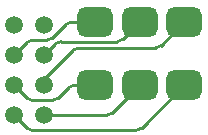
<source format=gtl>
G04*
G04 #@! TF.GenerationSoftware,Altium Limited,Altium Designer,18.1.7 (191)*
G04*
G04 Layer_Physical_Order=1*
G04 Layer_Color=255*
%FSLAX24Y24*%
%MOIN*%
G70*
G01*
G75*
%ADD10C,0.0100*%
G04:AMPARAMS|DCode=14|XSize=118.1mil|YSize=98.4mil|CornerRadius=24.6mil|HoleSize=0mil|Usage=FLASHONLY|Rotation=0.000|XOffset=0mil|YOffset=0mil|HoleType=Round|Shape=RoundedRectangle|*
%AMROUNDEDRECTD14*
21,1,0.1181,0.0492,0,0,0.0*
21,1,0.0689,0.0984,0,0,0.0*
1,1,0.0492,0.0344,-0.0246*
1,1,0.0492,-0.0344,-0.0246*
1,1,0.0492,-0.0344,0.0246*
1,1,0.0492,0.0344,0.0246*
%
%ADD14ROUNDEDRECTD14*%
%ADD15C,0.0591*%
D10*
X4883Y300D02*
G03*
X5059Y373I0J250D01*
G01*
X1227D02*
G03*
X1404Y300I177J177D01*
G01*
X3896Y800D02*
G03*
X4073Y873I0J250D01*
G01*
X2804Y1800D02*
G03*
X2627Y1727I0J-250D01*
G01*
X2096Y1300D02*
G03*
X2273Y1373I0J250D01*
G01*
X1227D02*
G03*
X1404Y1300I177J177D01*
G01*
X1873Y2073D02*
G03*
X1800Y1896I177J-177D01*
G01*
X2361Y3258D02*
G03*
X2185Y3185I0J-250D01*
G01*
X2950Y3047D02*
G03*
X2774Y2974I0J-250D01*
G01*
X5530Y3047D02*
G03*
X5706Y3120I0J250D01*
G01*
X4254Y3258D02*
G03*
X4431Y3331I0J250D01*
G01*
X2700Y3900D02*
G03*
X2529Y3829I0J-241D01*
G01*
X1896Y3300D02*
G03*
X2073Y3373I0J250D01*
G01*
X1404Y3300D02*
G03*
X1227Y3227I0J-250D01*
G01*
X1404Y300D02*
X4883D01*
X800Y800D02*
X1227Y373D01*
X5059D02*
X6486Y1800D01*
X1800Y800D02*
X3896D01*
X4073Y873D02*
X5000Y1800D01*
X2804D02*
X3514D01*
X2273Y1373D02*
X2627Y1727D01*
X1404Y1300D02*
X2096D01*
X800Y1800D02*
X1227Y1373D01*
X1873Y2073D02*
X2774Y2974D01*
X1800Y2800D02*
X2185Y3185D01*
X1800Y1800D02*
Y1896D01*
X2950Y3047D02*
X5530D01*
X2361Y3258D02*
X4254D01*
X2700Y3900D02*
X3514D01*
X1404Y3300D02*
X1896D01*
X800Y2800D02*
X1227Y3227D01*
X2073Y3373D02*
X2529Y3829D01*
X5706Y3120D02*
X6486Y3900D01*
X4431Y3331D02*
X5000Y3900D01*
D14*
Y1800D02*
D03*
X3514D02*
D03*
X6486D02*
D03*
Y3900D02*
D03*
X3514D02*
D03*
X5000D02*
D03*
D15*
X800Y800D02*
D03*
Y1800D02*
D03*
Y2800D02*
D03*
Y3800D02*
D03*
X1800D02*
D03*
Y2800D02*
D03*
Y1800D02*
D03*
Y800D02*
D03*
M02*

</source>
